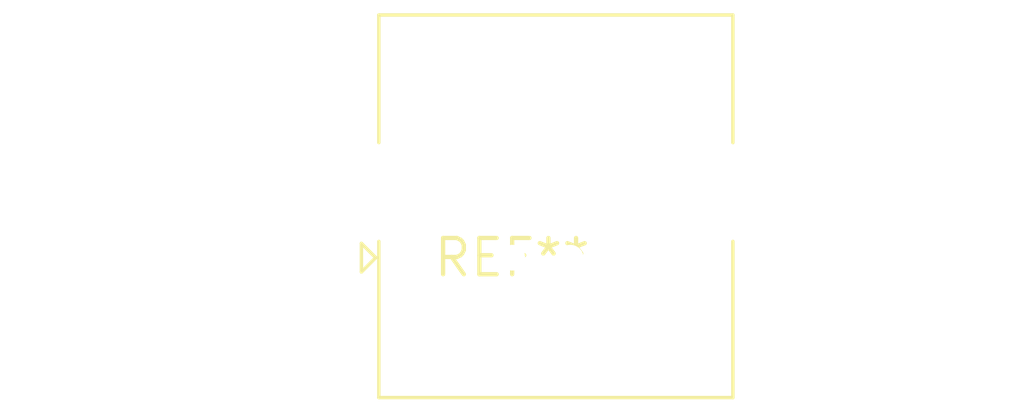
<source format=kicad_pcb>
(kicad_pcb (version 20240108) (generator pcbnew)
  (layers (0 "F.Cu" signal) (31 "B.Cu" signal) (34 "B.Paste" user) (35 "F.Paste" user) (36 "B.SilkS" user "B.Silkscreen") (37 "F.SilkS" user "F.Silkscreen") (38 "B.Mask" user) (39 "F.Mask" user) (44 "Edge.Cuts" user))
  (net 0 "")
  (footprint "RJ14_Connfly_DS1133-S4_Horizontal" (layer "F.Cu") (at 0 0)
    (property "Reference" "REF**")
    (property "Value" "RJ14_Connfly_DS1133-S4_Horizontal")
    (fp_line (start -5.28 -0.5) (end -4.78 0) (layer "F.SilkS") (stroke (width 0.12)))
    (fp_line (start -5.28 0.5) (end -5.28 -0.5) (layer "F.SilkS") (stroke (width 0.12)))
    (fp_line (start -4.78 0) (end -5.28 0.5) (layer "F.SilkS") (stroke (width 0.12)))
    (fp_line (start -4.67 -8.5) (end -4.67 -4.03) (layer "F.SilkS") (stroke (width 0.12)))
    (fp_line (start -4.67 -8.5) (end 7.73 -8.5) (layer "F.SilkS") (stroke (width 0.12)))
    (fp_line (start -4.67 4.9) (end -4.67 -0.57) (layer "F.SilkS") (stroke (width 0.12)))
    (fp_line (start 7.73 -8.5) (end 7.73 -4.03) (layer "F.SilkS") (stroke (width 0.12)))
    (fp_line (start 7.73 -0.57) (end 7.73 4.9) (layer "F.SilkS") (stroke (width 0.12)))
    (fp_line (start 7.73 4.9) (end -4.67 4.9) (layer "F.SilkS") (stroke (width 0.12)))
    (pad "" np_thru_hole circle (at -4.47 -2.3 180) (size 2.3 2.3) (drill 2.3) (layers *.Cu *.Mask))
    (pad "" np_thru_hole circle (at 7.53 -2.3 180) (size 2.3 2.3) (drill 2.3) (layers *.Cu *.Mask))
    (pad "1" thru_hole rect (at 0 0 180) (size 1.5 1.5) (drill 0.9) (layers *.Cu *.Mask) (remove_unused_layers))
    (pad "2" thru_hole circle (at 1.02 2.54 180) (size 1.5 1.5) (drill 0.9) (layers *.Cu *.Mask) (remove_unused_layers))
    (pad "3" thru_hole circle (at 2.04 0 180) (size 1.5 1.5) (drill 0.9) (layers *.Cu *.Mask) (remove_unused_layers))
    (pad "4" thru_hole circle (at 3.06 2.54 180) (size 1.5 1.5) (drill 0.9) (layers *.Cu *.Mask) (remove_unused_layers))
  )
)
</source>
